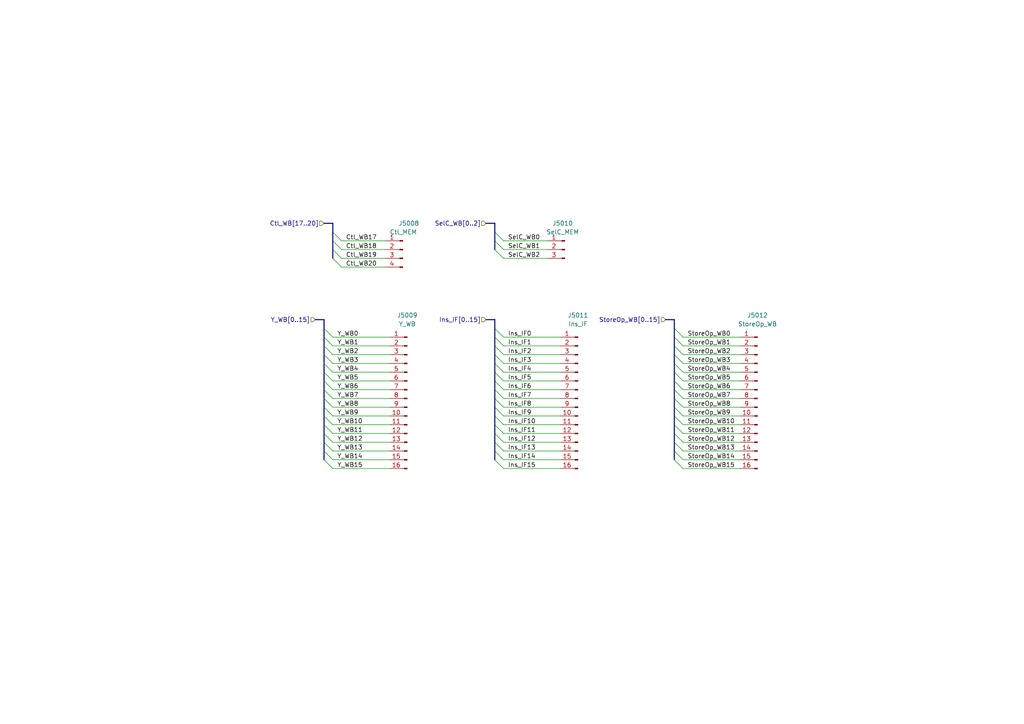
<source format=kicad_sch>
(kicad_sch (version 20211123) (generator eeschema)
  (paper "A4")
  (title_block (title "Turtle16: MEM Prototype Outputs") (date "2022-04-12") (rev "A (584b6b4f)") (comment 4 "Headers for various outputs from the prototype board"))
  (lib_symbols
    (symbol "Connector:Conn_01x03_Male" (pin_names (offset 1.016) hide)
      (property "Reference" "J" (at 0 5.08 0))
      (property "Value" "Conn_01x03_Male" (at 0 -5.08 0))
      (symbol "Conn_01x03_Male_1_1"
        (polyline (pts (xy 1.27 -2.54) (xy 0.8636 -2.54)) (stroke (width 0.1524)))
        (polyline (pts (xy 1.27 0) (xy 0.8636 0)) (stroke (width 0.1524)))
        (polyline (pts (xy 1.27 2.54) (xy 0.8636 2.54)) (stroke (width 0.1524)))
        (rectangle (start 0.8636 -2.413) (end 0 -2.667) (stroke (width 0.1524)) (fill (type outline)))
        (rectangle (start 0.8636 0.127) (end 0 -0.127) (stroke (width 0.1524)) (fill (type outline)))
        (rectangle (start 0.8636 2.667) (end 0 2.413) (stroke (width 0.1524)) (fill (type outline)))
        (pin passive line (at 5.08 2.54 180) (length 3.81) (name "Pin_1") (number "1"))
        (pin passive line (at 5.08 0 180) (length 3.81) (name "Pin_2") (number "2"))
        (pin passive line (at 5.08 -2.54 180) (length 3.81) (name "Pin_3") (number "3"))
      )
    )
    (symbol "Connector:Conn_01x04_Male" (pin_names (offset 1.016) hide)
      (property "Reference" "J" (at 0 5.08 0))
      (property "Value" "Conn_01x04_Male" (at 0 -7.62 0))
      (symbol "Conn_01x04_Male_1_1"
        (polyline (pts (xy 1.27 -5.08) (xy 0.8636 -5.08)) (stroke (width 0.1524)))
        (polyline (pts (xy 1.27 -2.54) (xy 0.8636 -2.54)) (stroke (width 0.1524)))
        (polyline (pts (xy 1.27 0) (xy 0.8636 0)) (stroke (width 0.1524)))
        (polyline (pts (xy 1.27 2.54) (xy 0.8636 2.54)) (stroke (width 0.1524)))
        (rectangle (start 0.8636 -4.953) (end 0 -5.207) (stroke (width 0.1524)) (fill (type outline)))
        (rectangle (start 0.8636 -2.413) (end 0 -2.667) (stroke (width 0.1524)) (fill (type outline)))
        (rectangle (start 0.8636 0.127) (end 0 -0.127) (stroke (width 0.1524)) (fill (type outline)))
        (rectangle (start 0.8636 2.667) (end 0 2.413) (stroke (width 0.1524)) (fill (type outline)))
        (pin passive line (at 5.08 2.54 180) (length 3.81) (name "Pin_1") (number "1"))
        (pin passive line (at 5.08 0 180) (length 3.81) (name "Pin_2") (number "2"))
        (pin passive line (at 5.08 -2.54 180) (length 3.81) (name "Pin_3") (number "3"))
        (pin passive line (at 5.08 -5.08 180) (length 3.81) (name "Pin_4") (number "4"))
      )
    )
    (symbol "Connector:Conn_01x16_Male" (pin_names (offset 1.016) hide)
      (property "Reference" "J" (at 0 20.32 0))
      (property "Value" "Conn_01x16_Male" (at 0 -22.86 0))
      (symbol "Conn_01x16_Male_1_1"
        (polyline (pts (xy 1.27 -20.32) (xy 0.8636 -20.32)) (stroke (width 0.1524)))
        (polyline (pts (xy 1.27 -17.78) (xy 0.8636 -17.78)) (stroke (width 0.1524)))
        (polyline (pts (xy 1.27 -15.24) (xy 0.8636 -15.24)) (stroke (width 0.1524)))
        (polyline (pts (xy 1.27 -12.7) (xy 0.8636 -12.7)) (stroke (width 0.1524)))
        (polyline (pts (xy 1.27 -10.16) (xy 0.8636 -10.16)) (stroke (width 0.1524)))
        (polyline (pts (xy 1.27 -7.62) (xy 0.8636 -7.62)) (stroke (width 0.1524)))
        (polyline (pts (xy 1.27 -5.08) (xy 0.8636 -5.08)) (stroke (width 0.1524)))
        (polyline (pts (xy 1.27 -2.54) (xy 0.8636 -2.54)) (stroke (width 0.1524)))
        (polyline (pts (xy 1.27 0) (xy 0.8636 0)) (stroke (width 0.1524)))
        (polyline (pts (xy 1.27 2.54) (xy 0.8636 2.54)) (stroke (width 0.1524)))
        (polyline (pts (xy 1.27 5.08) (xy 0.8636 5.08)) (stroke (width 0.1524)))
        (polyline (pts (xy 1.27 7.62) (xy 0.8636 7.62)) (stroke (width 0.1524)))
        (polyline (pts (xy 1.27 10.16) (xy 0.8636 10.16)) (stroke (width 0.1524)))
        (polyline (pts (xy 1.27 12.7) (xy 0.8636 12.7)) (stroke (width 0.1524)))
        (polyline (pts (xy 1.27 15.24) (xy 0.8636 15.24)) (stroke (width 0.1524)))
        (polyline (pts (xy 1.27 17.78) (xy 0.8636 17.78)) (stroke (width 0.1524)))
        (rectangle (start 0.8636 -20.193) (end 0 -20.447) (stroke (width 0.1524)) (fill (type outline)))
        (rectangle (start 0.8636 -17.653) (end 0 -17.907) (stroke (width 0.1524)) (fill (type outline)))
        (rectangle (start 0.8636 -15.113) (end 0 -15.367) (stroke (width 0.1524)) (fill (type outline)))
        (rectangle (start 0.8636 -12.573) (end 0 -12.827) (stroke (width 0.1524)) (fill (type outline)))
        (rectangle (start 0.8636 -10.033) (end 0 -10.287) (stroke (width 0.1524)) (fill (type outline)))
        (rectangle (start 0.8636 -7.493) (end 0 -7.747) (stroke (width 0.1524)) (fill (type outline)))
        (rectangle (start 0.8636 -4.953) (end 0 -5.207) (stroke (width 0.1524)) (fill (type outline)))
        (rectangle (start 0.8636 -2.413) (end 0 -2.667) (stroke (width 0.1524)) (fill (type outline)))
        (rectangle (start 0.8636 0.127) (end 0 -0.127) (stroke (width 0.1524)) (fill (type outline)))
        (rectangle (start 0.8636 2.667) (end 0 2.413) (stroke (width 0.1524)) (fill (type outline)))
        (rectangle (start 0.8636 5.207) (end 0 4.953) (stroke (width 0.1524)) (fill (type outline)))
        (rectangle (start 0.8636 7.747) (end 0 7.493) (stroke (width 0.1524)) (fill (type outline)))
        (rectangle (start 0.8636 10.287) (end 0 10.033) (stroke (width 0.1524)) (fill (type outline)))
        (rectangle (start 0.8636 12.827) (end 0 12.573) (stroke (width 0.1524)) (fill (type outline)))
        (rectangle (start 0.8636 15.367) (end 0 15.113) (stroke (width 0.1524)) (fill (type outline)))
        (rectangle (start 0.8636 17.907) (end 0 17.653) (stroke (width 0.1524)) (fill (type outline)))
        (pin passive line (at 5.08 17.78 180) (length 3.81) (name "Pin_1") (number "1"))
        (pin passive line (at 5.08 -5.08 180) (length 3.81) (name "Pin_10") (number "10"))
        (pin passive line (at 5.08 -7.62 180) (length 3.81) (name "Pin_11") (number "11"))
        (pin passive line (at 5.08 -10.16 180) (length 3.81) (name "Pin_12") (number "12"))
        (pin passive line (at 5.08 -12.7 180) (length 3.81) (name "Pin_13") (number "13"))
        (pin passive line (at 5.08 -15.24 180) (length 3.81) (name "Pin_14") (number "14"))
        (pin passive line (at 5.08 -17.78 180) (length 3.81) (name "Pin_15") (number "15"))
        (pin passive line (at 5.08 -20.32 180) (length 3.81) (name "Pin_16") (number "16"))
        (pin passive line (at 5.08 15.24 180) (length 3.81) (name "Pin_2") (number "2"))
        (pin passive line (at 5.08 12.7 180) (length 3.81) (name "Pin_3") (number "3"))
        (pin passive line (at 5.08 10.16 180) (length 3.81) (name "Pin_4") (number "4"))
        (pin passive line (at 5.08 7.62 180) (length 3.81) (name "Pin_5") (number "5"))
        (pin passive line (at 5.08 5.08 180) (length 3.81) (name "Pin_6") (number "6"))
        (pin passive line (at 5.08 2.54 180) (length 3.81) (name "Pin_7") (number "7"))
        (pin passive line (at 5.08 0 180) (length 3.81) (name "Pin_8") (number "8"))
        (pin passive line (at 5.08 -2.54 180) (length 3.81) (name "Pin_9") (number "9"))
      )
    )
  )
  (bus_entry (at 143.51 125.73) (size 2.54 2.54))
  (bus_entry (at 93.98 133.35) (size 2.54 2.54))
  (bus_entry (at 143.51 107.95) (size 2.54 2.54))
  (bus_entry (at 93.98 120.65) (size 2.54 2.54))
  (bus_entry (at 93.98 123.19) (size 2.54 2.54))
  (bus_entry (at 143.51 123.19) (size 2.54 2.54))
  (bus_entry (at 143.51 118.11) (size 2.54 2.54))
  (bus_entry (at 143.51 100.33) (size 2.54 2.54))
  (bus_entry (at 143.51 95.25) (size 2.54 2.54))
  (bus_entry (at 93.98 107.95) (size 2.54 2.54))
  (bus_entry (at 93.98 113.03) (size 2.54 2.54))
  (bus_entry (at 93.98 100.33) (size 2.54 2.54))
  (bus_entry (at 195.58 125.73) (size 2.54 2.54))
  (bus_entry (at 93.98 118.11) (size 2.54 2.54))
  (bus_entry (at 93.98 128.27) (size 2.54 2.54))
  (bus_entry (at 195.58 123.19) (size 2.54 2.54))
  (bus_entry (at 195.58 120.65) (size 2.54 2.54))
  (bus_entry (at 96.52 67.31) (size 2.54 2.54))
  (bus_entry (at 143.51 120.65) (size 2.54 2.54))
  (bus_entry (at 195.58 133.35) (size 2.54 2.54))
  (bus_entry (at 143.51 102.87) (size 2.54 2.54))
  (bus_entry (at 195.58 107.95) (size 2.54 2.54))
  (bus_entry (at 195.58 118.11) (size 2.54 2.54))
  (bus_entry (at 143.51 97.79) (size 2.54 2.54))
  (bus_entry (at 143.51 133.35) (size 2.54 2.54))
  (bus_entry (at 143.51 105.41) (size 2.54 2.54))
  (bus_entry (at 195.58 95.25) (size 2.54 2.54))
  (bus_entry (at 96.52 72.39) (size 2.54 2.54))
  (bus_entry (at 195.58 115.57) (size 2.54 2.54))
  (bus_entry (at 143.51 113.03) (size 2.54 2.54))
  (bus_entry (at 93.98 110.49) (size 2.54 2.54))
  (bus_entry (at 195.58 110.49) (size 2.54 2.54))
  (bus_entry (at 195.58 130.81) (size 2.54 2.54))
  (bus_entry (at 96.52 69.85) (size 2.54 2.54))
  (bus_entry (at 93.98 130.81) (size 2.54 2.54))
  (bus_entry (at 195.58 128.27) (size 2.54 2.54))
  (bus_entry (at 143.51 128.27) (size 2.54 2.54))
  (bus_entry (at 195.58 100.33) (size 2.54 2.54))
  (bus_entry (at 93.98 97.79) (size 2.54 2.54))
  (bus_entry (at 143.51 115.57) (size 2.54 2.54))
  (bus_entry (at 195.58 113.03) (size 2.54 2.54))
  (bus_entry (at 195.58 105.41) (size 2.54 2.54))
  (bus_entry (at 143.51 72.39) (size 2.54 2.54))
  (bus_entry (at 143.51 130.81) (size 2.54 2.54))
  (bus_entry (at 93.98 115.57) (size 2.54 2.54))
  (bus_entry (at 195.58 97.79) (size 2.54 2.54))
  (bus_entry (at 96.52 74.93) (size 2.54 2.54))
  (bus_entry (at 93.98 95.25) (size 2.54 2.54))
  (bus_entry (at 143.51 110.49) (size 2.54 2.54))
  (bus_entry (at 93.98 105.41) (size 2.54 2.54))
  (bus_entry (at 93.98 102.87) (size 2.54 2.54))
  (bus_entry (at 93.98 125.73) (size 2.54 2.54))
  (bus_entry (at 143.51 69.85) (size 2.54 2.54))
  (bus_entry (at 143.51 67.31) (size 2.54 2.54))
  (bus_entry (at 195.58 102.87) (size 2.54 2.54))
  (wire (pts (xy 146.05 128.27) (xy 162.56 128.27)))
  (bus (pts (xy 93.98 118.11) (xy 93.98 120.65)))
  (wire (pts (xy 198.12 120.65) (xy 214.63 120.65)))
  (wire (pts (xy 146.05 123.19) (xy 162.56 123.19)))
  (wire (pts (xy 198.12 123.19) (xy 214.63 123.19)))
  (bus (pts (xy 143.51 118.11) (xy 143.51 120.65)))
  (wire (pts (xy 198.12 100.33) (xy 214.63 100.33)))
  (bus (pts (xy 143.51 105.41) (xy 143.51 107.95)))
  (wire (pts (xy 146.05 110.49) (xy 162.56 110.49)))
  (bus (pts (xy 195.58 102.87) (xy 195.58 105.41)))
  (bus (pts (xy 93.98 128.27) (xy 93.98 130.81)))
  (wire (pts (xy 96.52 107.95) (xy 113.03 107.95)))
  (wire (pts (xy 198.12 128.27) (xy 214.63 128.27)))
  (bus (pts (xy 96.52 67.31) (xy 96.52 69.85)))
  (wire (pts (xy 146.05 125.73) (xy 162.56 125.73)))
  (bus (pts (xy 93.98 113.03) (xy 93.98 115.57)))
  (wire (pts (xy 198.12 130.81) (xy 214.63 130.81)))
  (bus (pts (xy 143.51 69.85) (xy 143.51 72.39)))
  (bus (pts (xy 195.58 118.11) (xy 195.58 120.65)))
  (wire (pts (xy 146.05 118.11) (xy 162.56 118.11)))
  (bus (pts (xy 195.58 105.41) (xy 195.58 107.95)))
  (bus (pts (xy 140.97 92.71) (xy 143.51 92.71)))
  (wire (pts (xy 96.52 118.11) (xy 113.03 118.11)))
  (bus (pts (xy 143.51 95.25) (xy 143.51 97.79)))
  (wire (pts (xy 146.05 97.79) (xy 162.56 97.79)))
  (wire (pts (xy 99.06 77.47) (xy 111.76 77.47)))
  (bus (pts (xy 195.58 92.71) (xy 195.58 95.25)))
  (bus (pts (xy 91.44 92.71) (xy 93.98 92.71)))
  (bus (pts (xy 96.52 72.39) (xy 96.52 74.93)))
  (wire (pts (xy 96.52 130.81) (xy 113.03 130.81)))
  (bus (pts (xy 140.97 64.77) (xy 143.51 64.77)))
  (wire (pts (xy 96.52 100.33) (xy 113.03 100.33)))
  (bus (pts (xy 96.52 64.77) (xy 96.52 67.31)))
  (wire (pts (xy 96.52 125.73) (xy 113.03 125.73)))
  (bus (pts (xy 93.98 100.33) (xy 93.98 102.87)))
  (bus (pts (xy 93.98 95.25) (xy 93.98 97.79)))
  (bus (pts (xy 96.52 69.85) (xy 96.52 72.39)))
  (bus (pts (xy 93.98 102.87) (xy 93.98 105.41)))
  (bus (pts (xy 195.58 115.57) (xy 195.58 118.11)))
  (wire (pts (xy 146.05 135.89) (xy 162.56 135.89)))
  (wire (pts (xy 198.12 110.49) (xy 214.63 110.49)))
  (wire (pts (xy 96.52 97.79) (xy 113.03 97.79)))
  (bus (pts (xy 143.51 130.81) (xy 143.51 133.35)))
  (wire (pts (xy 198.12 107.95) (xy 214.63 107.95)))
  (wire (pts (xy 198.12 135.89) (xy 214.63 135.89)))
  (bus (pts (xy 195.58 120.65) (xy 195.58 123.19)))
  (wire (pts (xy 99.06 72.39) (xy 111.76 72.39)))
  (bus (pts (xy 93.98 107.95) (xy 93.98 110.49)))
  (wire (pts (xy 99.06 69.85) (xy 111.76 69.85)))
  (bus (pts (xy 143.51 113.03) (xy 143.51 115.57)))
  (bus (pts (xy 93.98 120.65) (xy 93.98 123.19)))
  (wire (pts (xy 96.52 123.19) (xy 113.03 123.19)))
  (wire (pts (xy 96.52 113.03) (xy 113.03 113.03)))
  (wire (pts (xy 198.12 115.57) (xy 214.63 115.57)))
  (wire (pts (xy 146.05 69.85) (xy 158.75 69.85)))
  (bus (pts (xy 143.51 110.49) (xy 143.51 113.03)))
  (wire (pts (xy 198.12 118.11) (xy 214.63 118.11)))
  (wire (pts (xy 198.12 125.73) (xy 214.63 125.73)))
  (bus (pts (xy 93.98 64.77) (xy 96.52 64.77)))
  (wire (pts (xy 146.05 102.87) (xy 162.56 102.87)))
  (bus (pts (xy 93.98 123.19) (xy 93.98 125.73)))
  (wire (pts (xy 198.12 133.35) (xy 214.63 133.35)))
  (bus (pts (xy 143.51 107.95) (xy 143.51 110.49)))
  (bus (pts (xy 195.58 97.79) (xy 195.58 100.33)))
  (wire (pts (xy 96.52 115.57) (xy 113.03 115.57)))
  (bus (pts (xy 195.58 128.27) (xy 195.58 130.81)))
  (bus (pts (xy 143.51 97.79) (xy 143.51 100.33)))
  (bus (pts (xy 195.58 130.81) (xy 195.58 133.35)))
  (wire (pts (xy 96.52 128.27) (xy 113.03 128.27)))
  (wire (pts (xy 96.52 105.41) (xy 113.03 105.41)))
  (wire (pts (xy 146.05 115.57) (xy 162.56 115.57)))
  (bus (pts (xy 93.98 105.41) (xy 93.98 107.95)))
  (bus (pts (xy 93.98 130.81) (xy 93.98 133.35)))
  (wire (pts (xy 198.12 102.87) (xy 214.63 102.87)))
  (wire (pts (xy 96.52 120.65) (xy 113.03 120.65)))
  (bus (pts (xy 93.98 97.79) (xy 93.98 100.33)))
  (bus (pts (xy 93.98 92.71) (xy 93.98 95.25)))
  (wire (pts (xy 96.52 133.35) (xy 113.03 133.35)))
  (wire (pts (xy 99.06 74.93) (xy 111.76 74.93)))
  (wire (pts (xy 146.05 130.81) (xy 162.56 130.81)))
  (bus (pts (xy 195.58 95.25) (xy 195.58 97.79)))
  (wire (pts (xy 146.05 133.35) (xy 162.56 133.35)))
  (wire (pts (xy 146.05 72.39) (xy 158.75 72.39)))
  (bus (pts (xy 93.98 110.49) (xy 93.98 113.03)))
  (bus (pts (xy 143.51 115.57) (xy 143.51 118.11)))
  (bus (pts (xy 93.98 115.57) (xy 93.98 118.11)))
  (wire (pts (xy 146.05 113.03) (xy 162.56 113.03)))
  (bus (pts (xy 143.51 128.27) (xy 143.51 130.81)))
  (bus (pts (xy 195.58 110.49) (xy 195.58 113.03)))
  (bus (pts (xy 143.51 125.73) (xy 143.51 128.27)))
  (bus (pts (xy 143.51 67.31) (xy 143.51 69.85)))
  (bus (pts (xy 195.58 113.03) (xy 195.58 115.57)))
  (bus (pts (xy 195.58 107.95) (xy 195.58 110.49)))
  (bus (pts (xy 143.51 102.87) (xy 143.51 105.41)))
  (wire (pts (xy 96.52 102.87) (xy 113.03 102.87)))
  (bus (pts (xy 195.58 100.33) (xy 195.58 102.87)))
  (wire (pts (xy 146.05 100.33) (xy 162.56 100.33)))
  (bus (pts (xy 93.98 125.73) (xy 93.98 128.27)))
  (wire (pts (xy 198.12 113.03) (xy 214.63 113.03)))
  (bus (pts (xy 143.51 92.71) (xy 143.51 95.25)))
  (bus (pts (xy 143.51 123.19) (xy 143.51 125.73)))
  (wire (pts (xy 198.12 105.41) (xy 214.63 105.41)))
  (wire (pts (xy 96.52 110.49) (xy 113.03 110.49)))
  (wire (pts (xy 198.12 97.79) (xy 214.63 97.79)))
  (wire (pts (xy 146.05 74.93) (xy 158.75 74.93)))
  (bus (pts (xy 143.51 64.77) (xy 143.51 67.31)))
  (wire (pts (xy 96.52 135.89) (xy 113.03 135.89)))
  (bus (pts (xy 143.51 120.65) (xy 143.51 123.19)))
  (bus (pts (xy 195.58 123.19) (xy 195.58 125.73)))
  (wire (pts (xy 146.05 105.41) (xy 162.56 105.41)))
  (wire (pts (xy 146.05 107.95) (xy 162.56 107.95)))
  (bus (pts (xy 193.04 92.71) (xy 195.58 92.71)))
  (wire (pts (xy 146.05 120.65) (xy 162.56 120.65)))
  (bus (pts (xy 195.58 125.73) (xy 195.58 128.27)))
  (bus (pts (xy 143.51 100.33) (xy 143.51 102.87)))
  (label "Ins_IF8" (at 147.32 118.11 0))
  (label "StoreOp_WB2" (at 199.39 102.87 0))
  (label "Ctl_WB17" (at 100.33 69.85 0))
  (label "Ins_IF13" (at 147.32 130.81 0))
  (label "StoreOp_WB4" (at 199.39 107.95 0))
  (label "Y_WB3" (at 97.79 105.41 0))
  (label "Y_WB2" (at 97.79 102.87 0))
  (label "Y_WB15" (at 97.79 135.89 0))
  (label "StoreOp_WB0" (at 199.39 97.79 0))
  (label "Ins_IF7" (at 147.32 115.57 0))
  (label "Ctl_WB20" (at 100.33 77.47 0))
  (label "StoreOp_WB7" (at 199.39 115.57 0))
  (label "Y_WB5" (at 97.79 110.49 0))
  (label "Y_WB1" (at 97.79 100.33 0))
  (label "StoreOp_WB15" (at 199.39 135.89 0))
  (label "Ctl_WB18" (at 100.33 72.39 0))
  (label "Ins_IF14" (at 147.32 133.35 0))
  (label "Ins_IF10" (at 147.32 123.19 0))
  (label "Y_WB11" (at 97.79 125.73 0))
  (label "Ins_IF5" (at 147.32 110.49 0))
  (label "Ins_IF6" (at 147.32 113.03 0))
  (label "StoreOp_WB9" (at 199.39 120.65 0))
  (label "StoreOp_WB5" (at 199.39 110.49 0))
  (label "StoreOp_WB6" (at 199.39 113.03 0))
  (label "StoreOp_WB1" (at 199.39 100.33 0))
  (label "Ctl_WB19" (at 100.33 74.93 0))
  (label "Ins_IF3" (at 147.32 105.41 0))
  (label "Ins_IF9" (at 147.32 120.65 0))
  (label "Y_WB4" (at 97.79 107.95 0))
  (label "Y_WB8" (at 97.79 118.11 0))
  (label "Y_WB12" (at 97.79 128.27 0))
  (label "StoreOp_WB3" (at 199.39 105.41 0))
  (label "StoreOp_WB12" (at 199.39 128.27 0))
  (label "StoreOp_WB10" (at 199.39 123.19 0))
  (label "Ins_IF2" (at 147.32 102.87 0))
  (label "StoreOp_WB14" (at 199.39 133.35 0))
  (label "Ins_IF4" (at 147.32 107.95 0))
  (label "Y_WB13" (at 97.79 130.81 0))
  (label "StoreOp_WB11" (at 199.39 125.73 0))
  (label "SelC_WB1" (at 147.32 72.39 0))
  (label "Ins_IF15" (at 147.32 135.89 0))
  (label "SelC_WB0" (at 147.32 69.85 0))
  (label "Y_WB10" (at 97.79 123.19 0))
  (label "Y_WB6" (at 97.79 113.03 0))
  (label "Y_WB14" (at 97.79 133.35 0))
  (label "Ins_IF11" (at 147.32 125.73 0))
  (label "Y_WB9" (at 97.79 120.65 0))
  (label "Y_WB7" (at 97.79 115.57 0))
  (label "SelC_WB2" (at 147.32 74.93 0))
  (label "Y_WB0" (at 97.79 97.79 0))
  (label "StoreOp_WB13" (at 199.39 130.81 0))
  (label "Ins_IF12" (at 147.32 128.27 0))
  (label "Ins_IF1" (at 147.32 100.33 0))
  (label "StoreOp_WB8" (at 199.39 118.11 0))
  (label "Ins_IF0" (at 147.32 97.79 0))
  (hierarchical_label "Ins_IF[0..15]" (shape input) (at 140.97 92.71 180))
  (hierarchical_label "Y_WB[0..15]" (shape input) (at 91.44 92.71 180))
  (hierarchical_label "SelC_WB[0..2]" (shape input) (at 140.97 64.77 180))
  (hierarchical_label "StoreOp_WB[0..15]" (shape input) (at 193.04 92.71 180))
  (hierarchical_label "Ctl_WB[17..20]" (shape input) (at 93.98 64.77 180))
  (symbol (lib_id "Connector:Conn_01x04_Male") (at 116.84 72.39 0) (mirror y) (unit 1)
    (property "Reference" "J5008" (at 115.57 64.77 0) (effects (justify right)))
    (property "Value" "Ctl_MEM" (at 113.03 67.31 0) (effects (justify right)))
    (property "Footprint" "Connector_PinHeader_2.54mm:PinHeader_1x04_P2.54mm_Vertical" (effects hide))
  )
  (symbol (lib_id "Connector:Conn_01x03_Male") (at 163.83 72.39 0) (mirror y) (unit 1)
    (property "Reference" "J5010" (at 163.195 64.77 0))
    (property "Value" "SelC_MEM" (at 163.195 67.31 0))
    (property "Footprint" "Connector_PinHeader_2.54mm:PinHeader_1x03_P2.54mm_Vertical" (effects hide))
  )
  (symbol (lib_id "Connector:Conn_01x16_Male") (at 167.64 115.57 0) (mirror y) (unit 1)
    (property "Reference" "J5011" (at 167.64 91.44 0))
    (property "Value" "Ins_IF" (at 167.64 93.98 0))
    (property "Footprint" "Connector_PinHeader_2.54mm:PinHeader_1x16_P2.54mm_Vertical" (effects hide))
  )
  (symbol (lib_id "Connector:Conn_01x16_Male") (at 219.71 115.57 0) (mirror y) (unit 1)
    (property "Reference" "J5012" (at 219.71 91.44 0))
    (property "Value" "StoreOp_WB" (at 219.71 93.98 0))
    (property "Footprint" "Connector_PinHeader_2.54mm:PinHeader_1x16_P2.54mm_Vertical" (effects hide))
  )
  (symbol (lib_id "Connector:Conn_01x16_Male") (at 118.11 115.57 0) (mirror y) (unit 1)
    (property "Reference" "J5009" (at 118.11 91.44 0))
    (property "Value" "Y_WB" (at 118.11 93.98 0))
    (property "Footprint" "Connector_PinHeader_2.54mm:PinHeader_1x16_P2.54mm_Vertical" (effects hide))
  )
)
</source>
